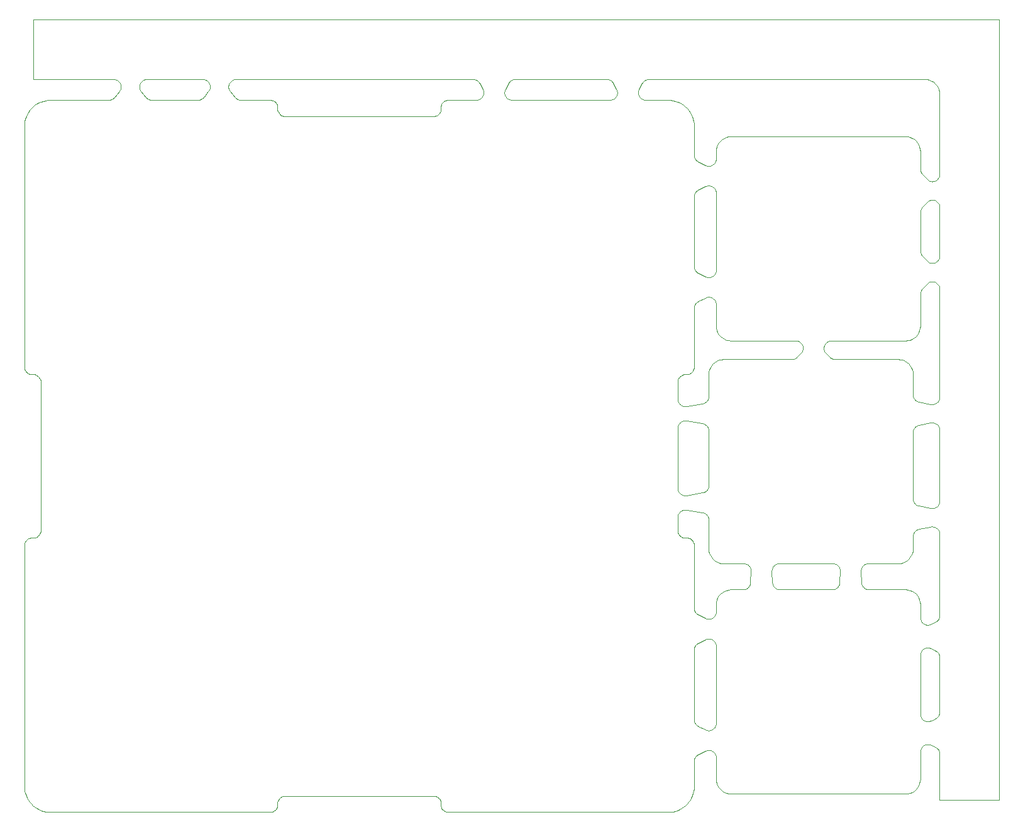
<source format=gko>
%MOIN*%
%OFA0B0*%
%FSLAX36Y36*%
%IPPOS*%
%LPD*%
%ADD10C,0*%
D10*
X004031495Y001330708D02*
X004031495Y001330708D01*
X004314960Y001330708D01*
X004318143Y001330579D01*
X004321305Y001330194D01*
X004324426Y001329554D01*
X004327484Y001328663D01*
X004330461Y001327529D01*
X004333336Y001326157D01*
X004336090Y001324557D01*
X004338707Y001322740D01*
X004341168Y001320718D01*
X004343457Y001318503D01*
X004345560Y001316110D01*
X004347463Y001313555D01*
X004349152Y001310855D01*
X004350618Y001308027D01*
X004351851Y001305089D01*
X004352842Y001302062D01*
X004353585Y001298964D01*
X004354075Y001295817D01*
X004354309Y001292640D01*
X004354285Y001289455D01*
X004351457Y001230400D01*
X004351199Y001227413D01*
X004350716Y001224456D01*
X004350008Y001221543D01*
X004349082Y001218693D01*
X004347941Y001215921D01*
X004346592Y001213244D01*
X004345044Y001210678D01*
X004343305Y001208237D01*
X004341386Y001205935D01*
X004339296Y001203786D01*
X004337050Y001201802D01*
X004334659Y001199995D01*
X004332137Y001198375D01*
X004329500Y001196951D01*
X004326762Y001195732D01*
X004323939Y001194725D01*
X004321047Y001193936D01*
X004318104Y001193369D01*
X004315127Y001193027D01*
X004312132Y001192913D01*
X004034324Y001192913D01*
X004031329Y001193027D01*
X004028351Y001193369D01*
X004025408Y001193936D01*
X004022517Y001194725D01*
X004019694Y001195732D01*
X004016956Y001196951D01*
X004014318Y001198375D01*
X004011797Y001199995D01*
X004009406Y001201802D01*
X004007159Y001203786D01*
X004005070Y001205935D01*
X004003151Y001208237D01*
X004001412Y001210678D01*
X003999863Y001213244D01*
X003998515Y001215921D01*
X003997374Y001218693D01*
X003996447Y001221543D01*
X003995740Y001224456D01*
X003995256Y001227413D01*
X003994999Y001230400D01*
X003992170Y001289455D01*
X003992147Y001292640D01*
X003992381Y001295817D01*
X003992871Y001298964D01*
X003993614Y001302062D01*
X003994605Y001305089D01*
X003995837Y001308027D01*
X003997303Y001310855D01*
X003998993Y001313555D01*
X004000896Y001316110D01*
X004002998Y001318503D01*
X004005288Y001320718D01*
X004007749Y001322740D01*
X004010365Y001324557D01*
X004013120Y001326157D01*
X004015995Y001327529D01*
X004018972Y001328663D01*
X004022030Y001329554D01*
X004025151Y001330194D01*
X004028313Y001330579D01*
X004031495Y001330708D01*
X003696850Y003294423D02*
X003696850Y003294423D01*
X003696850Y002886678D01*
X003696647Y002882687D01*
X003696040Y002878736D01*
X003695036Y002874868D01*
X003693646Y002871121D01*
X003691882Y002867535D01*
X003689764Y002864145D01*
X003687313Y002860988D01*
X003684555Y002858096D01*
X003681517Y002855498D01*
X003678232Y002853222D01*
X003674733Y002851290D01*
X003671057Y002849723D01*
X003667240Y002848537D01*
X003663323Y002847744D01*
X003659345Y002847352D01*
X003655349Y002847366D01*
X003651374Y002847785D01*
X003647462Y002848604D01*
X003643654Y002849816D01*
X003639988Y002851407D01*
X003601799Y002870346D01*
X003599868Y002871371D01*
X003597998Y002872502D01*
X003596193Y002873735D01*
X003594459Y002875065D01*
X003592802Y002876490D01*
X003591227Y002878005D01*
X003589738Y002879605D01*
X003588340Y002881285D01*
X003587037Y002883040D01*
X003585834Y002884865D01*
X003584734Y002886753D01*
X003583741Y002888700D01*
X003582857Y002890699D01*
X003582085Y002892743D01*
X003581428Y002894828D01*
X003580887Y002896946D01*
X003580465Y002899090D01*
X003580163Y002901255D01*
X003579981Y002903433D01*
X003579920Y002905617D01*
X003579920Y003275484D01*
X003579981Y003277669D01*
X003580163Y003279847D01*
X003580465Y003282011D01*
X003580887Y003284156D01*
X003581428Y003286273D01*
X003582085Y003288358D01*
X003582857Y003290403D01*
X003583741Y003292402D01*
X003584734Y003294348D01*
X003585834Y003296237D01*
X003587037Y003298061D01*
X003588340Y003299816D01*
X003589738Y003301496D01*
X003591227Y003303096D01*
X003592802Y003304611D01*
X003594459Y003306036D01*
X003596193Y003307367D01*
X003597998Y003308599D01*
X003599868Y003309730D01*
X003601799Y003310755D01*
X003639988Y003329694D01*
X003643654Y003331286D01*
X003647462Y003332497D01*
X003651374Y003333317D01*
X003655349Y003333735D01*
X003659345Y003333749D01*
X003663323Y003333357D01*
X003667240Y003332564D01*
X003671057Y003331378D01*
X003674733Y003329811D01*
X003678232Y003327879D01*
X003681517Y003325603D01*
X003684555Y003323005D01*
X003687313Y003320113D01*
X003689764Y003316956D01*
X003691882Y003313567D01*
X003693646Y003309980D01*
X003695036Y003306233D01*
X003696040Y003302365D01*
X003696647Y003298415D01*
X003696850Y003294423D01*
X003493306Y002203204D02*
X003493306Y002203204D01*
X003493306Y002293897D01*
X003493791Y002300056D01*
X003495234Y002306063D01*
X003497598Y002311771D01*
X003500825Y002317039D01*
X003504838Y002321736D01*
X003509535Y002325748D01*
X003514803Y002328976D01*
X003520510Y002331340D01*
X003526518Y002332783D01*
X003532676Y002333267D01*
X003540550Y002333267D01*
X003546709Y002333752D01*
X003552717Y002335194D01*
X003558424Y002337559D01*
X003563691Y002340787D01*
X003568389Y002344799D01*
X003572402Y002349496D01*
X003575629Y002354764D01*
X003577993Y002360472D01*
X003579436Y002366478D01*
X003579920Y002372637D01*
X003579920Y002684933D01*
X003579981Y002687118D01*
X003580163Y002689296D01*
X003580465Y002691460D01*
X003580887Y002693605D01*
X003581428Y002695722D01*
X003582085Y002697807D01*
X003582857Y002699852D01*
X003583741Y002701850D01*
X003584734Y002703797D01*
X003585834Y002705686D01*
X003587037Y002707510D01*
X003588340Y002709265D01*
X003589738Y002710945D01*
X003591227Y002712545D01*
X003592802Y002714060D01*
X003594459Y002715485D01*
X003596193Y002716816D01*
X003597998Y002718048D01*
X003599868Y002719179D01*
X003601799Y002720204D01*
X003639988Y002739143D01*
X003643654Y002740734D01*
X003647462Y002741946D01*
X003651374Y002742766D01*
X003655349Y002743184D01*
X003659345Y002743198D01*
X003663323Y002742806D01*
X003667240Y002742013D01*
X003671057Y002740827D01*
X003674733Y002739260D01*
X003678232Y002737328D01*
X003681517Y002735052D01*
X003684555Y002732454D01*
X003687313Y002729562D01*
X003689764Y002726405D01*
X003691882Y002723016D01*
X003693646Y002719429D01*
X003695036Y002715682D01*
X003696040Y002711814D01*
X003696647Y002707863D01*
X003696850Y002703872D01*
X003696850Y002590551D01*
X003697819Y002578233D01*
X003700703Y002566219D01*
X003705432Y002554803D01*
X003711888Y002544268D01*
X003719912Y002534873D01*
X003729308Y002526849D01*
X003739842Y002520393D01*
X003751258Y002515664D01*
X003763272Y002512780D01*
X003775590Y002511811D01*
X004118110Y002511811D01*
X004122770Y002511534D01*
X004127365Y002510707D01*
X004131830Y002509343D01*
X004136102Y002507459D01*
X004140121Y002505083D01*
X004143830Y002502248D01*
X004147178Y002498994D01*
X004150117Y002495366D01*
X004152605Y002491416D01*
X004154609Y002487199D01*
X004156099Y002482775D01*
X004157056Y002478205D01*
X004157464Y002473554D01*
X004157319Y002468888D01*
X004156623Y002464271D01*
X004155385Y002459769D01*
X004153623Y002455446D01*
X004151362Y002451362D01*
X004148632Y002447574D01*
X004145474Y002444135D01*
X004125112Y002424450D01*
X004124005Y002423420D01*
X004122858Y002422433D01*
X004121675Y002421491D01*
X004120456Y002420594D01*
X004119204Y002419746D01*
X004117920Y002418946D01*
X004116606Y002418196D01*
X004115265Y002417497D01*
X004113897Y002416850D01*
X004112506Y002416256D01*
X004111093Y002415716D01*
X004109660Y002415231D01*
X004108210Y002414801D01*
X004106744Y002414427D01*
X004105265Y002414110D01*
X004103775Y002413850D01*
X004102276Y002413647D01*
X004100770Y002413502D01*
X004099260Y002413415D01*
X004097748Y002413385D01*
X003736220Y002413385D01*
X003723902Y002412416D01*
X003711888Y002409532D01*
X003700472Y002404804D01*
X003689938Y002398347D01*
X003680542Y002390323D01*
X003672518Y002380927D01*
X003666062Y002370393D01*
X003661333Y002358977D01*
X003658449Y002346963D01*
X003657480Y002334645D01*
X003657480Y002217387D01*
X003657382Y002214621D01*
X003657091Y002211869D01*
X003656607Y002209144D01*
X003655933Y002206459D01*
X003655071Y002203829D01*
X003654028Y002201266D01*
X003652806Y002198782D01*
X003651413Y002196390D01*
X003649856Y002194102D01*
X003648142Y002191930D01*
X003646279Y002189883D01*
X003644277Y002187971D01*
X003642146Y002186206D01*
X003639895Y002184594D01*
X003637538Y002183145D01*
X003635084Y002181864D01*
X003632546Y002180759D01*
X003629937Y002179836D01*
X003627270Y002179097D01*
X003624557Y002178548D01*
X003539124Y002164366D01*
X003535734Y002163953D01*
X003532321Y002163836D01*
X003528911Y002164015D01*
X003525529Y002164488D01*
X003522201Y002165253D01*
X003518952Y002166304D01*
X003515806Y002167632D01*
X003512787Y002169228D01*
X003509917Y002171079D01*
X003507219Y002173172D01*
X003504712Y002175491D01*
X003502416Y002178019D01*
X003500347Y002180736D01*
X003498522Y002183622D01*
X003496954Y002186655D01*
X003495654Y002189813D01*
X003494633Y002193072D01*
X003493898Y002196406D01*
X003493455Y002199792D01*
X003493306Y002203204D01*
X003579920Y001427755D02*
X003579920Y001427755D01*
X003579436Y001433914D01*
X003577993Y001439922D01*
X003575629Y001445629D01*
X003572402Y001450897D01*
X003568389Y001455594D01*
X003563691Y001459607D01*
X003558424Y001462835D01*
X003552717Y001465199D01*
X003546709Y001466641D01*
X003540550Y001467125D01*
X003532676Y001467125D01*
X003526518Y001467611D01*
X003520510Y001469053D01*
X003514803Y001471417D01*
X003509535Y001474645D01*
X003504838Y001478657D01*
X003500825Y001483355D01*
X003497598Y001488622D01*
X003495234Y001494330D01*
X003493791Y001500337D01*
X003493306Y001506496D01*
X003493306Y001576322D01*
X003493455Y001579734D01*
X003493898Y001583120D01*
X003494633Y001586455D01*
X003495654Y001589714D01*
X003496954Y001592871D01*
X003498522Y001595905D01*
X003500347Y001598791D01*
X003502416Y001601508D01*
X003504712Y001604035D01*
X003507219Y001606354D01*
X003509917Y001608448D01*
X003512787Y001610299D01*
X003515806Y001611895D01*
X003518952Y001613223D01*
X003522201Y001614273D01*
X003525529Y001615038D01*
X003528911Y001615512D01*
X003532321Y001615691D01*
X003535734Y001615574D01*
X003539124Y001615161D01*
X003624557Y001600978D01*
X003627270Y001600429D01*
X003629937Y001599691D01*
X003632546Y001598767D01*
X003635084Y001597662D01*
X003637538Y001596382D01*
X003639895Y001594932D01*
X003642146Y001593321D01*
X003644277Y001591555D01*
X003646279Y001589644D01*
X003648142Y001587597D01*
X003649856Y001585424D01*
X003651413Y001583136D01*
X003652806Y001580745D01*
X003654028Y001578261D01*
X003655071Y001575698D01*
X003655933Y001573067D01*
X003656607Y001570383D01*
X003657091Y001567658D01*
X003657382Y001564906D01*
X003657480Y001562140D01*
X003657480Y001409448D01*
X003658449Y001397131D01*
X003661333Y001385116D01*
X003666062Y001373701D01*
X003672518Y001363166D01*
X003680542Y001353771D01*
X003689938Y001345746D01*
X003700472Y001339290D01*
X003711888Y001334562D01*
X003723902Y001331678D01*
X003736220Y001330708D01*
X003842519Y001330708D01*
X003845702Y001330579D01*
X003848864Y001330194D01*
X003851985Y001329554D01*
X003855043Y001328663D01*
X003858020Y001327529D01*
X003860895Y001326157D01*
X003863649Y001324557D01*
X003866266Y001322740D01*
X003868727Y001320718D01*
X003871016Y001318503D01*
X003873119Y001316110D01*
X003875022Y001313555D01*
X003876711Y001310855D01*
X003878177Y001308027D01*
X003879410Y001305089D01*
X003880401Y001302062D01*
X003881144Y001298964D01*
X003881634Y001295817D01*
X003881868Y001292640D01*
X003881844Y001289455D01*
X003879016Y001230400D01*
X003878758Y001227413D01*
X003878275Y001224456D01*
X003877568Y001221543D01*
X003876641Y001218693D01*
X003875500Y001215921D01*
X003874151Y001213244D01*
X003872603Y001210678D01*
X003870864Y001208237D01*
X003868945Y001205935D01*
X003866855Y001203786D01*
X003864609Y001201802D01*
X003862218Y001199995D01*
X003859696Y001198375D01*
X003857059Y001196951D01*
X003854321Y001195732D01*
X003851498Y001194725D01*
X003848606Y001193936D01*
X003845663Y001193369D01*
X003842686Y001193027D01*
X003839691Y001192913D01*
X003775590Y001192913D01*
X003763272Y001191944D01*
X003751258Y001189059D01*
X003739842Y001184331D01*
X003729308Y001177875D01*
X003719912Y001169851D01*
X003711888Y001160455D01*
X003705432Y001149920D01*
X003700703Y001138505D01*
X003697819Y001126490D01*
X003696850Y001114173D01*
X003696850Y001075655D01*
X003696647Y001071663D01*
X003696040Y001067713D01*
X003695036Y001063844D01*
X003693646Y001060097D01*
X003691882Y001056511D01*
X003689764Y001053122D01*
X003687313Y001049965D01*
X003684555Y001047072D01*
X003681517Y001044475D01*
X003678232Y001042198D01*
X003674733Y001040267D01*
X003671057Y001038700D01*
X003667240Y001037514D01*
X003663323Y001036721D01*
X003659345Y001036329D01*
X003655349Y001036342D01*
X003651374Y001036761D01*
X003647462Y001037580D01*
X003643654Y001038792D01*
X003639988Y001040384D01*
X003601799Y001059323D01*
X003599868Y001060348D01*
X003597998Y001061478D01*
X003596193Y001062711D01*
X003594459Y001064042D01*
X003592802Y001065467D01*
X003591227Y001066982D01*
X003589738Y001068581D01*
X003588340Y001070261D01*
X003587037Y001072016D01*
X003585834Y001073841D01*
X003584734Y001075730D01*
X003583741Y001077676D01*
X003582857Y001079675D01*
X003582085Y001081720D01*
X003581428Y001083804D01*
X003580887Y001085922D01*
X003580465Y001088066D01*
X003580163Y001090231D01*
X003579981Y001092409D01*
X003579920Y001094594D01*
X003579920Y001427755D01*
X004881889Y001486768D02*
X004881889Y001486768D01*
X004881889Y001056237D01*
X004881828Y001054034D01*
X004881643Y001051838D01*
X004881335Y001049656D01*
X004880906Y001047494D01*
X004880357Y001045360D01*
X004879689Y001043260D01*
X004878905Y001041201D01*
X004878007Y001039189D01*
X004876997Y001037230D01*
X004875880Y001035330D01*
X004874658Y001033497D01*
X004873335Y001031734D01*
X004871916Y001030048D01*
X004870405Y001028445D01*
X004868806Y001026928D01*
X004867125Y001025503D01*
X004865367Y001024174D01*
X004863537Y001022946D01*
X004861641Y001021822D01*
X004859686Y001020806D01*
X004836064Y001009361D01*
X004832400Y001007809D01*
X004828599Y001006635D01*
X004824698Y001005851D01*
X004820738Y001005464D01*
X004816760Y001005479D01*
X004812803Y001005896D01*
X004808909Y001006709D01*
X004805116Y001007912D01*
X004801464Y001009491D01*
X004797991Y001011431D01*
X004794730Y001013711D01*
X004791717Y001016309D01*
X004788981Y001019197D01*
X004786551Y001022347D01*
X004784451Y001025727D01*
X004782702Y001029301D01*
X004781324Y001033033D01*
X004780329Y001036885D01*
X004779728Y001040818D01*
X004779527Y001044791D01*
X004779527Y001114173D01*
X004778557Y001126490D01*
X004775673Y001138505D01*
X004770945Y001149920D01*
X004764489Y001160455D01*
X004756464Y001169851D01*
X004747069Y001177875D01*
X004736534Y001184331D01*
X004725119Y001189059D01*
X004713104Y001191944D01*
X004700787Y001192913D01*
X004506765Y001192913D01*
X004503770Y001193027D01*
X004500792Y001193369D01*
X004497849Y001193936D01*
X004494958Y001194725D01*
X004492135Y001195732D01*
X004489397Y001196951D01*
X004486759Y001198375D01*
X004484238Y001199995D01*
X004481847Y001201802D01*
X004479600Y001203786D01*
X004477511Y001205935D01*
X004475592Y001208237D01*
X004473853Y001210678D01*
X004472304Y001213244D01*
X004470956Y001215921D01*
X004469815Y001218693D01*
X004468888Y001221543D01*
X004468181Y001224456D01*
X004467697Y001227413D01*
X004467440Y001230400D01*
X004464611Y001289455D01*
X004464588Y001292640D01*
X004464822Y001295817D01*
X004465312Y001298964D01*
X004466055Y001302062D01*
X004467046Y001305089D01*
X004468278Y001308027D01*
X004469744Y001310855D01*
X004471434Y001313555D01*
X004473337Y001316110D01*
X004475439Y001318503D01*
X004477729Y001320718D01*
X004480190Y001322740D01*
X004482806Y001324557D01*
X004485561Y001326157D01*
X004488436Y001327529D01*
X004491413Y001328663D01*
X004494471Y001329554D01*
X004497592Y001330194D01*
X004500754Y001330579D01*
X004503936Y001330708D01*
X004661417Y001330708D01*
X004673734Y001331678D01*
X004685749Y001334562D01*
X004697164Y001339290D01*
X004707699Y001345746D01*
X004717094Y001353771D01*
X004725119Y001363166D01*
X004731575Y001373701D01*
X004736303Y001385116D01*
X004739187Y001397131D01*
X004740157Y001409448D01*
X004740157Y001474893D01*
X004740251Y001477616D01*
X004740533Y001480326D01*
X004741003Y001483010D01*
X004741656Y001485655D01*
X004742491Y001488249D01*
X004743504Y001490779D01*
X004744689Y001493232D01*
X004746041Y001495598D01*
X004747553Y001497864D01*
X004749219Y001500021D01*
X004751029Y001502057D01*
X004752976Y001503963D01*
X004755051Y001505730D01*
X004757242Y001507349D01*
X004759541Y001508813D01*
X004761935Y001510114D01*
X004764413Y001511246D01*
X004766964Y001512205D01*
X004769574Y001512984D01*
X004772233Y001513581D01*
X004835225Y001525457D01*
X004838648Y001525948D01*
X004842101Y001526136D01*
X004845557Y001526021D01*
X004848989Y001525603D01*
X004852372Y001524886D01*
X004855678Y001523874D01*
X004858883Y001522577D01*
X004861962Y001521003D01*
X004864891Y001519165D01*
X004867647Y001517077D01*
X004870210Y001514755D01*
X004872559Y001512217D01*
X004874676Y001509483D01*
X004876545Y001506574D01*
X004878151Y001503512D01*
X004879483Y001500321D01*
X004880530Y001497026D01*
X004881283Y001493651D01*
X004881737Y001490223D01*
X004881889Y001486768D01*
X004881889Y002037950D02*
X004881889Y002037950D01*
X004881889Y001662837D01*
X004881737Y001659382D01*
X004881283Y001655955D01*
X004880530Y001652580D01*
X004879483Y001649284D01*
X004878151Y001646093D01*
X004876545Y001643031D01*
X004874676Y001640122D01*
X004872559Y001637388D01*
X004870210Y001634850D01*
X004867647Y001632529D01*
X004864891Y001630441D01*
X004861962Y001628603D01*
X004858883Y001627029D01*
X004855678Y001625731D01*
X004852372Y001624720D01*
X004848989Y001624002D01*
X004845557Y001623584D01*
X004842101Y001623469D01*
X004838648Y001623658D01*
X004835225Y001624148D01*
X004772233Y001636024D01*
X004769574Y001636621D01*
X004766964Y001637401D01*
X004764413Y001638359D01*
X004761935Y001639492D01*
X004759541Y001640793D01*
X004757242Y001642256D01*
X004755051Y001643875D01*
X004752976Y001645642D01*
X004751029Y001647548D01*
X004749219Y001649584D01*
X004747553Y001651741D01*
X004746041Y001654008D01*
X004744689Y001656373D01*
X004743504Y001658827D01*
X004742491Y001661356D01*
X004741656Y001663950D01*
X004741003Y001666595D01*
X004740533Y001669279D01*
X004740251Y001671989D01*
X004740157Y001674713D01*
X004740157Y002026074D01*
X004740251Y002028797D01*
X004740533Y002031507D01*
X004741003Y002034191D01*
X004741656Y002036836D01*
X004742491Y002039430D01*
X004743504Y002041960D01*
X004744689Y002044413D01*
X004746041Y002046779D01*
X004747553Y002049045D01*
X004749219Y002051202D01*
X004751029Y002053238D01*
X004752976Y002055144D01*
X004755051Y002056911D01*
X004757242Y002058530D01*
X004759541Y002059994D01*
X004761935Y002061295D01*
X004764413Y002062427D01*
X004766964Y002063386D01*
X004769574Y002064165D01*
X004772233Y002064762D01*
X004835225Y002076638D01*
X004838648Y002077129D01*
X004842101Y002077317D01*
X004845557Y002077202D01*
X004848989Y002076784D01*
X004852372Y002076067D01*
X004855678Y002075055D01*
X004858883Y002073758D01*
X004861962Y002072184D01*
X004864891Y002070346D01*
X004867647Y002068258D01*
X004870210Y002065936D01*
X004872559Y002063398D01*
X004874676Y002060664D01*
X004876545Y002057755D01*
X004878151Y002054693D01*
X004879483Y002051502D01*
X004880530Y002048207D01*
X004881283Y002044832D01*
X004881737Y002041404D01*
X004881889Y002037950D01*
X004881889Y002785981D02*
X004881889Y002785981D01*
X004881889Y002214018D01*
X004881737Y002210563D01*
X004881283Y002207136D01*
X004880530Y002203761D01*
X004879483Y002200465D01*
X004878151Y002197274D01*
X004876545Y002194212D01*
X004874676Y002191303D01*
X004872559Y002188569D01*
X004870210Y002186032D01*
X004867647Y002183710D01*
X004864891Y002181622D01*
X004861962Y002179784D01*
X004858883Y002178210D01*
X004855678Y002176912D01*
X004852372Y002175901D01*
X004848989Y002175183D01*
X004845557Y002174765D01*
X004842101Y002174650D01*
X004838648Y002174839D01*
X004835225Y002175329D01*
X004772233Y002187205D01*
X004769574Y002187802D01*
X004766964Y002188582D01*
X004764413Y002189540D01*
X004761935Y002190673D01*
X004759541Y002191974D01*
X004757242Y002193437D01*
X004755051Y002195057D01*
X004752976Y002196823D01*
X004751029Y002198729D01*
X004749219Y002200766D01*
X004747553Y002202922D01*
X004746041Y002205189D01*
X004744689Y002207554D01*
X004743504Y002210008D01*
X004742491Y002212538D01*
X004741656Y002215131D01*
X004741003Y002217776D01*
X004740533Y002220460D01*
X004740251Y002223171D01*
X004740157Y002225894D01*
X004740157Y002334645D01*
X004739187Y002346963D01*
X004736303Y002358977D01*
X004731575Y002370392D01*
X004725119Y002380927D01*
X004717094Y002390323D01*
X004707699Y002398347D01*
X004697164Y002404804D01*
X004685749Y002409532D01*
X004673734Y002412416D01*
X004661417Y002413385D01*
X004327448Y002413385D01*
X004325936Y002413415D01*
X004324425Y002413502D01*
X004322920Y002413647D01*
X004321421Y002413850D01*
X004319930Y002414110D01*
X004318451Y002414427D01*
X004316986Y002414801D01*
X004315535Y002415231D01*
X004314103Y002415716D01*
X004312690Y002416256D01*
X004311298Y002416850D01*
X004309931Y002417497D01*
X004308589Y002418196D01*
X004307276Y002418946D01*
X004305992Y002419746D01*
X004304740Y002420594D01*
X004303521Y002421491D01*
X004302337Y002422433D01*
X004301191Y002423420D01*
X004300084Y002424450D01*
X004279722Y002444135D01*
X004276563Y002447574D01*
X004273834Y002451362D01*
X004271573Y002455446D01*
X004269811Y002459769D01*
X004268573Y002464271D01*
X004267877Y002468888D01*
X004267732Y002473554D01*
X004268140Y002478205D01*
X004269096Y002482775D01*
X004270587Y002487199D01*
X004272590Y002491416D01*
X004275079Y002495366D01*
X004278018Y002498994D01*
X004281366Y002502248D01*
X004285075Y002505083D01*
X004289094Y002507459D01*
X004293366Y002509343D01*
X004297831Y002510707D01*
X004302426Y002511534D01*
X004307086Y002511811D01*
X004700787Y002511811D01*
X004713104Y002512780D01*
X004725119Y002515664D01*
X004736534Y002520393D01*
X004747069Y002526849D01*
X004756464Y002534873D01*
X004764489Y002544268D01*
X004770945Y002554803D01*
X004775673Y002566219D01*
X004778557Y002578233D01*
X004779527Y002590551D01*
X004779527Y002758291D01*
X004779551Y002759681D01*
X004779625Y002761070D01*
X004779748Y002762455D01*
X004779919Y002763834D01*
X004780139Y002765207D01*
X004780407Y002766571D01*
X004780724Y002767925D01*
X004781088Y002769267D01*
X004781499Y002770595D01*
X004781956Y002771908D01*
X004782460Y002773203D01*
X004783009Y002774481D01*
X004783603Y002775738D01*
X004784241Y002776973D01*
X004784923Y002778185D01*
X004785646Y002779372D01*
X004786411Y002780533D01*
X004787217Y002781666D01*
X004788062Y002782770D01*
X004788945Y002783843D01*
X004812568Y002811533D01*
X004815893Y002814982D01*
X004819613Y002818001D01*
X004823672Y002820547D01*
X004828010Y002822580D01*
X004832562Y002824071D01*
X004837263Y002824999D01*
X004842041Y002825348D01*
X004846826Y002825115D01*
X004851548Y002824302D01*
X004856135Y002822922D01*
X004860522Y002820994D01*
X004864641Y002818548D01*
X004868433Y002815620D01*
X004871841Y002812253D01*
X004874815Y002808497D01*
X004877311Y002804407D01*
X004879292Y002800045D01*
X004880728Y002795474D01*
X004881598Y002790763D01*
X004881889Y002785981D01*
X002631040Y003897637D02*
X002631040Y003897637D01*
X003116991Y003897637D01*
X003119118Y003897580D01*
X003121239Y003897407D01*
X003123348Y003897121D01*
X003125438Y003896720D01*
X003127503Y003896208D01*
X003129538Y003895584D01*
X003131536Y003894852D01*
X003133492Y003894012D01*
X003135399Y003893069D01*
X003137253Y003892023D01*
X003139047Y003890879D01*
X003140777Y003889639D01*
X003142437Y003888308D01*
X003144023Y003886889D01*
X003145530Y003885387D01*
X003146954Y003883805D01*
X003148290Y003882149D01*
X003149535Y003880423D01*
X003150685Y003878632D01*
X003151736Y003876782D01*
X003168309Y003845679D01*
X003170029Y003842008D01*
X003171362Y003838179D01*
X003172294Y003834234D01*
X003172816Y003830213D01*
X003172921Y003826161D01*
X003172609Y003822119D01*
X003171883Y003818130D01*
X003170751Y003814237D01*
X003169224Y003810482D01*
X003167320Y003806903D01*
X003165057Y003803539D01*
X003162460Y003800426D01*
X003159557Y003797596D01*
X003156379Y003795079D01*
X003152958Y003792903D01*
X003149332Y003791090D01*
X003145539Y003789660D01*
X003141618Y003788627D01*
X003137613Y003788003D01*
X003133564Y003787795D01*
X002614467Y003787795D01*
X002610418Y003788003D01*
X002606412Y003788627D01*
X002602492Y003789660D01*
X002598698Y003791090D01*
X002595072Y003792903D01*
X002591652Y003795079D01*
X002588473Y003797596D01*
X002585570Y003800426D01*
X002582974Y003803539D01*
X002580711Y003806903D01*
X002578806Y003810482D01*
X002577280Y003814237D01*
X002576147Y003818130D01*
X002575421Y003822119D01*
X002575109Y003826161D01*
X002575215Y003830213D01*
X002575736Y003834234D01*
X002576669Y003838179D01*
X002578002Y003842008D01*
X002579722Y003845679D01*
X002596295Y003876782D01*
X002597346Y003878632D01*
X002598496Y003880423D01*
X002599740Y003882149D01*
X002601076Y003883805D01*
X002602500Y003885387D01*
X002604007Y003886889D01*
X002605593Y003888308D01*
X002607254Y003889639D01*
X002608984Y003890879D01*
X002610778Y003892023D01*
X002612632Y003893069D01*
X002614539Y003894012D01*
X002616494Y003894852D01*
X002618493Y003895584D01*
X002620527Y003896208D01*
X002622593Y003896720D01*
X002624683Y003897121D01*
X002626792Y003897407D01*
X002628913Y003897580D01*
X002631040Y003897637D01*
X004803149Y003897637D02*
X004803149Y003897637D01*
X004815467Y003896668D01*
X004827481Y003893784D01*
X004838896Y003889055D01*
X004849431Y003882599D01*
X004858826Y003874575D01*
X004866852Y003865180D01*
X004873306Y003854645D01*
X004878036Y003843229D01*
X004880919Y003831215D01*
X004881889Y003818897D01*
X004881889Y003395120D01*
X004881598Y003390338D01*
X004880728Y003385627D01*
X004879292Y003381056D01*
X004877311Y003376694D01*
X004874815Y003372604D01*
X004871841Y003368848D01*
X004868433Y003365481D01*
X004864641Y003362553D01*
X004860522Y003360107D01*
X004856135Y003358180D01*
X004851548Y003356799D01*
X004846826Y003355987D01*
X004842041Y003355753D01*
X004837263Y003356103D01*
X004832562Y003357030D01*
X004828010Y003358521D01*
X004823672Y003360555D01*
X004819613Y003363100D01*
X004815893Y003366119D01*
X004812568Y003369568D01*
X004788945Y003397258D01*
X004788062Y003398331D01*
X004787217Y003399435D01*
X004786411Y003400569D01*
X004785646Y003401729D01*
X004784923Y003402917D01*
X004784241Y003404129D01*
X004783603Y003405364D01*
X004783009Y003406621D01*
X004782460Y003407898D01*
X004781956Y003409194D01*
X004781499Y003410506D01*
X004781088Y003411835D01*
X004780724Y003413176D01*
X004780407Y003414530D01*
X004780139Y003415894D01*
X004779919Y003417267D01*
X004779748Y003418647D01*
X004779625Y003420032D01*
X004779551Y003421420D01*
X004779527Y003422810D01*
X004779527Y003515748D01*
X004778557Y003528065D01*
X004775673Y003540080D01*
X004770945Y003551495D01*
X004764489Y003562030D01*
X004756464Y003571425D01*
X004747069Y003579450D01*
X004736534Y003585906D01*
X004725119Y003590634D01*
X004713104Y003593519D01*
X004700787Y003594488D01*
X003775590Y003594488D01*
X003763272Y003593519D01*
X003751258Y003590634D01*
X003739842Y003585906D01*
X003729308Y003579450D01*
X003719912Y003571425D01*
X003711888Y003562030D01*
X003705432Y003551495D01*
X003700703Y003540080D01*
X003697819Y003528065D01*
X003696850Y003515748D01*
X003696850Y003477230D01*
X003696647Y003473238D01*
X003696040Y003469288D01*
X003695036Y003465419D01*
X003693646Y003461672D01*
X003691882Y003458086D01*
X003689764Y003454697D01*
X003687313Y003451540D01*
X003684555Y003448647D01*
X003681517Y003446050D01*
X003678232Y003443773D01*
X003674733Y003441842D01*
X003671057Y003440275D01*
X003667240Y003439089D01*
X003663323Y003438295D01*
X003659345Y003437904D01*
X003655349Y003437917D01*
X003651374Y003438336D01*
X003647462Y003439155D01*
X003643654Y003440367D01*
X003639988Y003441959D01*
X003601799Y003460898D01*
X003599868Y003461923D01*
X003597998Y003463053D01*
X003596193Y003464286D01*
X003594459Y003465617D01*
X003592802Y003467042D01*
X003591227Y003468556D01*
X003589738Y003470156D01*
X003588340Y003471836D01*
X003587037Y003473591D01*
X003585834Y003475416D01*
X003584734Y003477304D01*
X003583741Y003479251D01*
X003582857Y003481250D01*
X003582085Y003483295D01*
X003581428Y003485379D01*
X003580887Y003487497D01*
X003580465Y003489641D01*
X003580163Y003491806D01*
X003579981Y003493984D01*
X003579920Y003496168D01*
X003579920Y003649999D01*
X003579332Y003662714D01*
X003577575Y003675320D01*
X003574660Y003687709D01*
X003570616Y003699777D01*
X003565474Y003711420D01*
X003559281Y003722540D01*
X003552088Y003733040D01*
X003543957Y003742832D01*
X003534958Y003751832D01*
X003525165Y003759963D01*
X003514665Y003767155D01*
X003503546Y003773349D01*
X003491902Y003778490D01*
X003479835Y003782535D01*
X003467445Y003785449D01*
X003454839Y003787207D01*
X003442125Y003787795D01*
X003323128Y003787795D01*
X003319079Y003788003D01*
X003315074Y003788627D01*
X003311153Y003789660D01*
X003307360Y003791090D01*
X003303734Y003792903D01*
X003300313Y003795079D01*
X003297135Y003797596D01*
X003294232Y003800426D01*
X003291635Y003803539D01*
X003289372Y003806903D01*
X003287468Y003810482D01*
X003285941Y003814237D01*
X003284809Y003818130D01*
X003284083Y003822119D01*
X003283771Y003826161D01*
X003283876Y003830213D01*
X003284398Y003834234D01*
X003285330Y003838179D01*
X003286663Y003842008D01*
X003288383Y003845679D01*
X003304956Y003876782D01*
X003306007Y003878632D01*
X003307157Y003880423D01*
X003308402Y003882149D01*
X003309738Y003883805D01*
X003311162Y003885387D01*
X003312669Y003886889D01*
X003314255Y003888308D01*
X003315915Y003889639D01*
X003317645Y003890879D01*
X003319439Y003892023D01*
X003321293Y003893069D01*
X003323200Y003894012D01*
X003325156Y003894852D01*
X003327154Y003895584D01*
X003329189Y003896208D01*
X003331254Y003896720D01*
X003333344Y003897121D01*
X003335453Y003897407D01*
X003337574Y003897580D01*
X003339701Y003897637D01*
X004803149Y003897637D01*
X004779527Y000844971D02*
X004779527Y000844971D01*
X004779728Y000848945D01*
X004780329Y000852878D01*
X004781324Y000856730D01*
X004782702Y000860462D01*
X004784451Y000864036D01*
X004786551Y000867415D01*
X004788981Y000870565D01*
X004791717Y000873454D01*
X004794730Y000876052D01*
X004797991Y000878332D01*
X004801464Y000880272D01*
X004805116Y000881851D01*
X004808909Y000883053D01*
X004812803Y000883867D01*
X004816760Y000884284D01*
X004820738Y000884298D01*
X004824698Y000883912D01*
X004828599Y000883127D01*
X004832400Y000881953D01*
X004836064Y000880402D01*
X004859686Y000868956D01*
X004861641Y000867940D01*
X004863537Y000866816D01*
X004865367Y000865588D01*
X004867125Y000864260D01*
X004868806Y000862835D01*
X004870405Y000861318D01*
X004871916Y000859714D01*
X004873335Y000858029D01*
X004874658Y000856266D01*
X004875880Y000854432D01*
X004876997Y000852533D01*
X004878007Y000850574D01*
X004878905Y000848562D01*
X004879689Y000846502D01*
X004880357Y000844402D01*
X004880906Y000842268D01*
X004881335Y000840107D01*
X004881643Y000837925D01*
X004881828Y000835729D01*
X004881889Y000833526D01*
X004881889Y000544426D01*
X004881828Y000542223D01*
X004881643Y000540027D01*
X004881335Y000537845D01*
X004880906Y000535683D01*
X004880357Y000533549D01*
X004879689Y000531449D01*
X004878905Y000529390D01*
X004878007Y000527378D01*
X004876997Y000525419D01*
X004875880Y000523519D01*
X004874658Y000521686D01*
X004873335Y000519923D01*
X004871916Y000518237D01*
X004870405Y000516634D01*
X004868806Y000515117D01*
X004867125Y000513692D01*
X004865367Y000512363D01*
X004863537Y000511135D01*
X004861641Y000510011D01*
X004859686Y000508995D01*
X004836064Y000497550D01*
X004832400Y000495998D01*
X004828599Y000494824D01*
X004824698Y000494040D01*
X004820738Y000493653D01*
X004816760Y000493668D01*
X004812803Y000494085D01*
X004808909Y000494898D01*
X004805116Y000496101D01*
X004801464Y000497680D01*
X004797991Y000499620D01*
X004794730Y000501900D01*
X004791717Y000504498D01*
X004788981Y000507386D01*
X004786551Y000510536D01*
X004784451Y000513916D01*
X004782702Y000517490D01*
X004781324Y000521222D01*
X004780329Y000525074D01*
X004779728Y000529007D01*
X004779527Y000532980D01*
X004779527Y000844971D01*
X003579920Y000283358D02*
X003579920Y000283358D01*
X003579981Y000285543D01*
X003580163Y000287721D01*
X003580465Y000289885D01*
X003580887Y000292030D01*
X003581428Y000294147D01*
X003582085Y000296232D01*
X003582857Y000298277D01*
X003583741Y000300276D01*
X003584734Y000302222D01*
X003585834Y000304111D01*
X003587037Y000305935D01*
X003588340Y000307690D01*
X003589738Y000309370D01*
X003591227Y000310970D01*
X003592802Y000312485D01*
X003594459Y000313910D01*
X003596193Y000315241D01*
X003597998Y000316473D01*
X003599868Y000317604D01*
X003601799Y000318629D01*
X003639988Y000337568D01*
X003643654Y000339160D01*
X003647462Y000340371D01*
X003651374Y000341191D01*
X003655349Y000341609D01*
X003659345Y000341623D01*
X003663323Y000341231D01*
X003667240Y000340438D01*
X003671057Y000339252D01*
X003674733Y000337685D01*
X003678232Y000335753D01*
X003681517Y000333477D01*
X003684555Y000330879D01*
X003687313Y000327987D01*
X003689764Y000324830D01*
X003691882Y000321441D01*
X003693646Y000317854D01*
X003695036Y000314107D01*
X003696040Y000310239D01*
X003696647Y000306289D01*
X003696850Y000302297D01*
X003696850Y000188976D01*
X003697819Y000176658D01*
X003700703Y000164644D01*
X003705432Y000153229D01*
X003711888Y000142694D01*
X003719912Y000133298D01*
X003729308Y000125274D01*
X003739842Y000118818D01*
X003751258Y000114090D01*
X003763272Y000111205D01*
X003775590Y000110236D01*
X004700787Y000110236D01*
X004713104Y000111205D01*
X004725119Y000114090D01*
X004736534Y000118818D01*
X004747069Y000125274D01*
X004756464Y000133298D01*
X004764489Y000142694D01*
X004770945Y000153229D01*
X004775673Y000164644D01*
X004778557Y000176658D01*
X004779527Y000188976D01*
X004779527Y000333160D01*
X004779728Y000337134D01*
X004780329Y000341067D01*
X004781324Y000344919D01*
X004782702Y000348651D01*
X004784451Y000352225D01*
X004786551Y000355604D01*
X004788981Y000358754D01*
X004791717Y000361643D01*
X004794730Y000364241D01*
X004797991Y000366521D01*
X004801464Y000368461D01*
X004805116Y000370040D01*
X004808909Y000371242D01*
X004812803Y000372056D01*
X004816760Y000372472D01*
X004820738Y000372487D01*
X004824698Y000372101D01*
X004828599Y000371316D01*
X004832400Y000370142D01*
X004836064Y000368591D01*
X004859686Y000357145D01*
X004861641Y000356129D01*
X004863537Y000355005D01*
X004865367Y000353777D01*
X004867125Y000352449D01*
X004868806Y000351024D01*
X004870405Y000349507D01*
X004871916Y000347903D01*
X004873335Y000346218D01*
X004874658Y000344455D01*
X004875880Y000342621D01*
X004876997Y000340722D01*
X004878007Y000338763D01*
X004878905Y000336751D01*
X004879689Y000334691D01*
X004880357Y000332591D01*
X004880906Y000330457D01*
X004881335Y000328296D01*
X004881643Y000326114D01*
X004881828Y000323918D01*
X004881889Y000321715D01*
X004881889Y000078740D01*
X005196850Y000078740D01*
X005196850Y004212598D01*
X000078740Y004212598D01*
X000078740Y003897637D01*
X000502517Y003897637D01*
X000506966Y003897385D01*
X000511359Y003896631D01*
X000515638Y003895386D01*
X000519750Y003893665D01*
X000523640Y003891491D01*
X000527260Y003888890D01*
X000530562Y003885898D01*
X000533506Y003882551D01*
X000536052Y003878893D01*
X000538168Y003874970D01*
X000539827Y003870834D01*
X000541008Y003866536D01*
X000541696Y003862133D01*
X000541882Y003857680D01*
X000541564Y003853234D01*
X000540744Y003848853D01*
X000539435Y003844593D01*
X000537653Y003840508D01*
X000535421Y003836650D01*
X000532767Y003833070D01*
X000506860Y003801967D01*
X000505727Y003800666D01*
X000504538Y003799417D01*
X000503296Y003798220D01*
X000502003Y003797079D01*
X000500661Y003795995D01*
X000499272Y003794972D01*
X000497841Y003794010D01*
X000496368Y003793112D01*
X000494858Y003792279D01*
X000493312Y003791513D01*
X000491734Y003790816D01*
X000490128Y003790189D01*
X000488495Y003789632D01*
X000486840Y003789147D01*
X000485165Y003788736D01*
X000483474Y003788398D01*
X000481769Y003788134D01*
X000480055Y003787946D01*
X000478334Y003787833D01*
X000476609Y003787795D01*
X000167716Y003787795D01*
X000155002Y003787207D01*
X000142396Y003785449D01*
X000130006Y003782535D01*
X000117939Y003778490D01*
X000106295Y003773349D01*
X000095176Y003767156D01*
X000084675Y003759963D01*
X000074884Y003751832D01*
X000065884Y003742832D01*
X000057753Y003733040D01*
X000050560Y003722540D01*
X000044366Y003711420D01*
X000039226Y003699777D01*
X000035181Y003687709D01*
X000032267Y003675320D01*
X000030509Y003662714D01*
X000029921Y003649999D01*
X000029921Y002372637D01*
X000030405Y002366478D01*
X000031848Y002360472D01*
X000034212Y002354764D01*
X000037440Y002349496D01*
X000041452Y002344799D01*
X000046150Y002340787D01*
X000051417Y002337559D01*
X000057125Y002335194D01*
X000063132Y002333752D01*
X000069291Y002333267D01*
X000077165Y002333267D01*
X000083323Y002332783D01*
X000089331Y002331340D01*
X000095038Y002328976D01*
X000100306Y002325748D01*
X000105003Y002321736D01*
X000109016Y002317039D01*
X000112244Y002311771D01*
X000114608Y002306063D01*
X000116050Y002300056D01*
X000116535Y002293897D01*
X000116535Y001506496D01*
X000116050Y001500337D01*
X000114608Y001494330D01*
X000112244Y001488622D01*
X000109016Y001483355D01*
X000105003Y001478657D01*
X000100306Y001474645D01*
X000095038Y001471417D01*
X000089331Y001469053D01*
X000083323Y001467611D01*
X000077165Y001467125D01*
X000069291Y001467125D01*
X000063132Y001466641D01*
X000057125Y001465199D01*
X000051417Y001462835D01*
X000046150Y001459607D01*
X000041452Y001455594D01*
X000037440Y001450897D01*
X000034212Y001445629D01*
X000031848Y001439922D01*
X000030405Y001433914D01*
X000029921Y001427755D01*
X000029921Y000150393D01*
X000030509Y000137679D01*
X000032267Y000125074D01*
X000035181Y000112684D01*
X000039226Y000100616D01*
X000044366Y000088973D01*
X000050560Y000077854D01*
X000057753Y000067353D01*
X000065884Y000057561D01*
X000074884Y000048561D01*
X000084675Y000040430D01*
X000095176Y000033237D01*
X000106295Y000027044D01*
X000117939Y000021903D01*
X000130006Y000017858D01*
X000142396Y000014944D01*
X000155002Y000013186D01*
X000167716Y000012598D01*
X001332480Y000012598D01*
X001338638Y000013083D01*
X001344645Y000014525D01*
X001350353Y000016889D01*
X001355621Y000020117D01*
X001360318Y000024129D01*
X001364330Y000028827D01*
X001367559Y000034094D01*
X001369923Y000039802D01*
X001371365Y000045810D01*
X001371850Y000051968D01*
X001371850Y000059842D01*
X001372334Y000066001D01*
X001373777Y000072008D01*
X001376141Y000077716D01*
X001379369Y000082983D01*
X001383381Y000087681D01*
X001388079Y000091693D01*
X001393346Y000094921D01*
X001399054Y000097285D01*
X001405061Y000098727D01*
X001411220Y000099212D01*
X002198622Y000099212D01*
X002204780Y000098727D01*
X002210787Y000097285D01*
X002216495Y000094921D01*
X002221762Y000091693D01*
X002226460Y000087681D01*
X002230472Y000082983D01*
X002233700Y000077716D01*
X002236065Y000072008D01*
X002237507Y000066001D01*
X002237992Y000059842D01*
X002237992Y000051968D01*
X002238476Y000045810D01*
X002239919Y000039802D01*
X002242282Y000034094D01*
X002245511Y000028827D01*
X002249523Y000024129D01*
X002254220Y000020117D01*
X002259488Y000016889D01*
X002265196Y000014525D01*
X002271203Y000013083D01*
X002277362Y000012598D01*
X003442125Y000012598D01*
X003454839Y000013186D01*
X003467445Y000014944D01*
X003479835Y000017858D01*
X003491902Y000021903D01*
X003503546Y000027044D01*
X003514665Y000033238D01*
X003525165Y000040430D01*
X003534958Y000048561D01*
X003543957Y000057561D01*
X003552088Y000067353D01*
X003559281Y000077854D01*
X003565474Y000088973D01*
X003570616Y000100616D01*
X003574660Y000112684D01*
X003577575Y000125074D01*
X003579332Y000137679D01*
X003579920Y000150393D01*
X003579920Y000283358D01*
X003579920Y000873909D02*
X003579920Y000873909D01*
X003579981Y000876094D01*
X003580163Y000878272D01*
X003580465Y000880437D01*
X003580887Y000882581D01*
X003581428Y000884699D01*
X003582085Y000886783D01*
X003582857Y000888828D01*
X003583741Y000890827D01*
X003584734Y000892773D01*
X003585834Y000894662D01*
X003587037Y000896487D01*
X003588340Y000898242D01*
X003589738Y000899922D01*
X003591227Y000901521D01*
X003592802Y000903036D01*
X003594459Y000904461D01*
X003596193Y000905792D01*
X003597998Y000907025D01*
X003599868Y000908155D01*
X003601799Y000909180D01*
X003639988Y000928119D01*
X003643654Y000929711D01*
X003647462Y000930923D01*
X003651374Y000931742D01*
X003655349Y000932161D01*
X003659345Y000932174D01*
X003663323Y000931782D01*
X003667240Y000930989D01*
X003671057Y000929803D01*
X003674733Y000928236D01*
X003678232Y000926305D01*
X003681517Y000924028D01*
X003684555Y000921430D01*
X003687313Y000918538D01*
X003689764Y000915381D01*
X003691882Y000911992D01*
X003693646Y000908405D01*
X003695036Y000904659D01*
X003696040Y000900790D01*
X003696647Y000896840D01*
X003696850Y000892848D01*
X003696850Y000485104D01*
X003696647Y000481112D01*
X003696040Y000477162D01*
X003695036Y000473293D01*
X003693646Y000469546D01*
X003691882Y000465960D01*
X003689764Y000462571D01*
X003687313Y000459414D01*
X003684555Y000456521D01*
X003681517Y000453924D01*
X003678232Y000451647D01*
X003674733Y000449716D01*
X003671057Y000448149D01*
X003667240Y000446963D01*
X003663323Y000446169D01*
X003659345Y000445778D01*
X003655349Y000445791D01*
X003651374Y000446210D01*
X003647462Y000447029D01*
X003643654Y000448241D01*
X003639988Y000449833D01*
X003601799Y000468772D01*
X003599868Y000469797D01*
X003597998Y000470927D01*
X003596193Y000472160D01*
X003594459Y000473491D01*
X003592802Y000474916D01*
X003591227Y000476430D01*
X003589738Y000478030D01*
X003588340Y000479710D01*
X003587037Y000481465D01*
X003585834Y000483290D01*
X003584734Y000485178D01*
X003583741Y000487125D01*
X003582857Y000489124D01*
X003582085Y000491169D01*
X003581428Y000493253D01*
X003580887Y000495371D01*
X003580465Y000497515D01*
X003580163Y000499680D01*
X003579981Y000501858D01*
X003579920Y000504043D01*
X003579920Y000873909D01*
X003493306Y002048763D02*
X003493306Y002048763D01*
X003493455Y002052175D01*
X003493898Y002055561D01*
X003494633Y002058896D01*
X003495654Y002062155D01*
X003496954Y002065312D01*
X003498522Y002068346D01*
X003500347Y002071232D01*
X003502416Y002073949D01*
X003504712Y002076476D01*
X003507219Y002078795D01*
X003509917Y002080888D01*
X003512787Y002082740D01*
X003515806Y002084336D01*
X003518952Y002085664D01*
X003522201Y002086714D01*
X003525529Y002087479D01*
X003528911Y002087953D01*
X003532321Y002088132D01*
X003535734Y002088015D01*
X003539124Y002087602D01*
X003624557Y002073419D01*
X003627270Y002072870D01*
X003629937Y002072132D01*
X003632546Y002071208D01*
X003635084Y002070103D01*
X003637538Y002068823D01*
X003639895Y002067373D01*
X003642146Y002065762D01*
X003644277Y002063996D01*
X003646279Y002062085D01*
X003648142Y002060038D01*
X003649856Y002057865D01*
X003651413Y002055577D01*
X003652806Y002053185D01*
X003654028Y002050702D01*
X003655071Y002048139D01*
X003655933Y002045508D01*
X003656607Y002042824D01*
X003657091Y002040099D01*
X003657382Y002037347D01*
X003657480Y002034581D01*
X003657480Y001744946D01*
X003657382Y001742180D01*
X003657091Y001739428D01*
X003656607Y001736703D01*
X003655933Y001734018D01*
X003655071Y001731388D01*
X003654028Y001728825D01*
X003652806Y001726341D01*
X003651413Y001723949D01*
X003649856Y001721661D01*
X003648142Y001719489D01*
X003646279Y001717442D01*
X003644277Y001715531D01*
X003642146Y001713765D01*
X003639895Y001712153D01*
X003637538Y001710704D01*
X003635084Y001709423D01*
X003632546Y001708318D01*
X003629937Y001707395D01*
X003627270Y001706656D01*
X003624557Y001706108D01*
X003539124Y001691925D01*
X003535734Y001691512D01*
X003532321Y001691395D01*
X003528911Y001691574D01*
X003525529Y001692047D01*
X003522201Y001692812D01*
X003518952Y001693863D01*
X003515806Y001695191D01*
X003512787Y001696787D01*
X003509917Y001698638D01*
X003507219Y001700731D01*
X003504712Y001703050D01*
X003502416Y001705578D01*
X003500347Y001708295D01*
X003498522Y001711181D01*
X003496954Y001714214D01*
X003495654Y001717372D01*
X003494633Y001720631D01*
X003493898Y001723966D01*
X003493455Y001727352D01*
X003493306Y001730763D01*
X003493306Y002048763D01*
X002408329Y003897637D02*
X002408329Y003897637D01*
X002410456Y003897580D01*
X002412578Y003897407D01*
X002414686Y003897121D01*
X002416776Y003896720D01*
X002418842Y003896208D01*
X002420877Y003895584D01*
X002422875Y003894852D01*
X002424830Y003894012D01*
X002426738Y003893069D01*
X002428591Y003892023D01*
X002430385Y003890879D01*
X002432115Y003889639D01*
X002433776Y003888308D01*
X002435362Y003886889D01*
X002436869Y003885387D01*
X002438293Y003883805D01*
X002439629Y003882149D01*
X002440873Y003880423D01*
X002442023Y003878632D01*
X002443074Y003876782D01*
X002459648Y003845679D01*
X002461367Y003842008D01*
X002462700Y003838179D01*
X002463633Y003834234D01*
X002464154Y003830213D01*
X002464260Y003826161D01*
X002463948Y003822119D01*
X002463222Y003818130D01*
X002462090Y003814237D01*
X002460563Y003810482D01*
X002458658Y003806903D01*
X002456396Y003803539D01*
X002453799Y003800426D01*
X002450896Y003797596D01*
X002447717Y003795079D01*
X002444297Y003792903D01*
X002440671Y003791090D01*
X002436877Y003789660D01*
X002432957Y003788627D01*
X002428951Y003788003D01*
X002424902Y003787795D01*
X002277362Y003787795D01*
X002271203Y003787310D01*
X002265196Y003785868D01*
X002259488Y003783504D01*
X002254220Y003780276D01*
X002249523Y003776264D01*
X002245511Y003771566D01*
X002242282Y003766299D01*
X002239919Y003760591D01*
X002238476Y003754584D01*
X002237992Y003748425D01*
X002237992Y003740551D01*
X002237507Y003734392D01*
X002236065Y003728385D01*
X002233700Y003722677D01*
X002230472Y003717410D01*
X002226460Y003712712D01*
X002221762Y003708700D01*
X002216495Y003705472D01*
X002210787Y003703108D01*
X002204780Y003701666D01*
X002198622Y003701181D01*
X001411220Y003701181D01*
X001405061Y003701666D01*
X001399054Y003703108D01*
X001393346Y003705472D01*
X001388079Y003708700D01*
X001383381Y003712712D01*
X001379369Y003717410D01*
X001376141Y003722677D01*
X001373777Y003728385D01*
X001372334Y003734392D01*
X001371850Y003740551D01*
X001371850Y003748425D01*
X001371365Y003754584D01*
X001369923Y003760591D01*
X001367559Y003766299D01*
X001364330Y003771566D01*
X001360318Y003776264D01*
X001355621Y003780276D01*
X001350353Y003783504D01*
X001344645Y003785868D01*
X001338638Y003787310D01*
X001332480Y003787795D01*
X001176933Y003787795D01*
X001175209Y003787833D01*
X001173488Y003787946D01*
X001171773Y003788134D01*
X001170069Y003788398D01*
X001168377Y003788736D01*
X001166702Y003789147D01*
X001165047Y003789632D01*
X001163414Y003790189D01*
X001161808Y003790816D01*
X001160230Y003791513D01*
X001158685Y003792279D01*
X001157174Y003793112D01*
X001155702Y003794010D01*
X001154270Y003794972D01*
X001152882Y003795995D01*
X001151540Y003797079D01*
X001150246Y003798220D01*
X001149004Y003799417D01*
X001147815Y003800666D01*
X001146683Y003801967D01*
X001120775Y003833070D01*
X001118121Y003836650D01*
X001115889Y003840508D01*
X001114107Y003844593D01*
X001112798Y003848853D01*
X001111979Y003853234D01*
X001111660Y003857680D01*
X001111846Y003862133D01*
X001112534Y003866536D01*
X001113715Y003870834D01*
X001115374Y003874970D01*
X001117491Y003878893D01*
X001120037Y003882551D01*
X001122980Y003885898D01*
X001126283Y003888890D01*
X001129902Y003891491D01*
X001133793Y003893665D01*
X001137904Y003895386D01*
X001142183Y003896631D01*
X001146576Y003897385D01*
X001151026Y003897637D01*
X002408329Y003897637D01*
X004779527Y003191362D02*
X004779527Y003191362D01*
X004779551Y003192752D01*
X004779625Y003194141D01*
X004779748Y003195525D01*
X004779919Y003196905D01*
X004780139Y003198278D01*
X004780407Y003199642D01*
X004780724Y003200996D01*
X004781088Y003202338D01*
X004781499Y003203666D01*
X004781956Y003204978D01*
X004782460Y003206274D01*
X004783009Y003207551D01*
X004783603Y003208808D01*
X004784241Y003210044D01*
X004784923Y003211256D01*
X004785646Y003212443D01*
X004786411Y003213604D01*
X004787217Y003214737D01*
X004788062Y003215841D01*
X004788945Y003216914D01*
X004812568Y003244604D01*
X004815893Y003248053D01*
X004819613Y003251072D01*
X004823672Y003253617D01*
X004828010Y003255651D01*
X004832562Y003257142D01*
X004837263Y003258070D01*
X004842041Y003258419D01*
X004846826Y003258186D01*
X004851548Y003257373D01*
X004856135Y003255992D01*
X004860522Y003254065D01*
X004864641Y003251619D01*
X004868433Y003248691D01*
X004871841Y003245324D01*
X004874815Y003241568D01*
X004877311Y003237478D01*
X004879292Y003233116D01*
X004880728Y003228545D01*
X004881598Y003223834D01*
X004881889Y003219052D01*
X004881889Y002962049D01*
X004881598Y002957267D01*
X004880728Y002952556D01*
X004879292Y002947985D01*
X004877311Y002943623D01*
X004874815Y002939534D01*
X004871841Y002935777D01*
X004868433Y002932410D01*
X004864641Y002929482D01*
X004860522Y002927036D01*
X004856135Y002925109D01*
X004851548Y002923729D01*
X004846826Y002922916D01*
X004842041Y002922682D01*
X004837263Y002923032D01*
X004832562Y002923959D01*
X004828010Y002925451D01*
X004823672Y002927484D01*
X004819613Y002930029D01*
X004815893Y002933049D01*
X004812568Y002936497D01*
X004788945Y002964187D01*
X004788062Y002965261D01*
X004787217Y002966365D01*
X004786411Y002967498D01*
X004785646Y002968659D01*
X004784923Y002969846D01*
X004784241Y002971058D01*
X004783603Y002972293D01*
X004783009Y002973550D01*
X004782460Y002974827D01*
X004781956Y002976123D01*
X004781499Y002977436D01*
X004781088Y002978764D01*
X004780724Y002980106D01*
X004780407Y002981459D01*
X004780139Y002982823D01*
X004779919Y002984196D01*
X004779748Y002985576D01*
X004779625Y002986961D01*
X004779551Y002988349D01*
X004779527Y002989739D01*
X004779527Y003191362D01*
X000704492Y003787795D02*
X000704492Y003787795D01*
X000702768Y003787833D01*
X000701047Y003787946D01*
X000699332Y003788134D01*
X000697628Y003788398D01*
X000695936Y003788736D01*
X000694261Y003789147D01*
X000692606Y003789632D01*
X000690973Y003790189D01*
X000689367Y003790816D01*
X000687789Y003791513D01*
X000686244Y003792279D01*
X000684733Y003793112D01*
X000683261Y003794010D01*
X000681829Y003794972D01*
X000680441Y003795995D01*
X000679099Y003797079D01*
X000677805Y003798220D01*
X000676563Y003799417D01*
X000675375Y003800666D01*
X000674242Y003801967D01*
X000648335Y003833070D01*
X000645680Y003836650D01*
X000643448Y003840508D01*
X000641666Y003844593D01*
X000640357Y003848853D01*
X000639538Y003853234D01*
X000639219Y003857680D01*
X000639405Y003862133D01*
X000640093Y003866536D01*
X000641274Y003870834D01*
X000642934Y003874970D01*
X000645050Y003878893D01*
X000647596Y003882551D01*
X000650539Y003885898D01*
X000653842Y003888890D01*
X000657461Y003891491D01*
X000661352Y003893665D01*
X000665463Y003895386D01*
X000669742Y003896631D01*
X000674135Y003897385D01*
X000678585Y003897637D01*
X000974957Y003897637D01*
X000979407Y003897385D01*
X000983800Y003896631D01*
X000988079Y003895386D01*
X000992191Y003893665D01*
X000996081Y003891491D01*
X000999701Y003888890D01*
X001003003Y003885898D01*
X001005946Y003882551D01*
X001008493Y003878893D01*
X001010609Y003874970D01*
X001012268Y003870834D01*
X001013449Y003866536D01*
X001014137Y003862133D01*
X001014323Y003857680D01*
X001014004Y003853234D01*
X001013185Y003848853D01*
X001011876Y003844593D01*
X001010094Y003840508D01*
X001007862Y003836650D01*
X001005208Y003833070D01*
X000979300Y003801967D01*
X000978168Y003800666D01*
X000976979Y003799417D01*
X000975737Y003798220D01*
X000974444Y003797079D01*
X000973102Y003795995D01*
X000971713Y003794972D01*
X000970281Y003794010D01*
X000968809Y003793112D01*
X000967298Y003792279D01*
X000965753Y003791513D01*
X000964175Y003790816D01*
X000962569Y003790189D01*
X000960936Y003789632D01*
X000959281Y003789147D01*
X000957606Y003788736D01*
X000955915Y003788398D01*
X000954210Y003788134D01*
X000952496Y003787946D01*
X000950775Y003787833D01*
X000949050Y003787795D01*
X000704492Y003787795D01*
M02*
</source>
